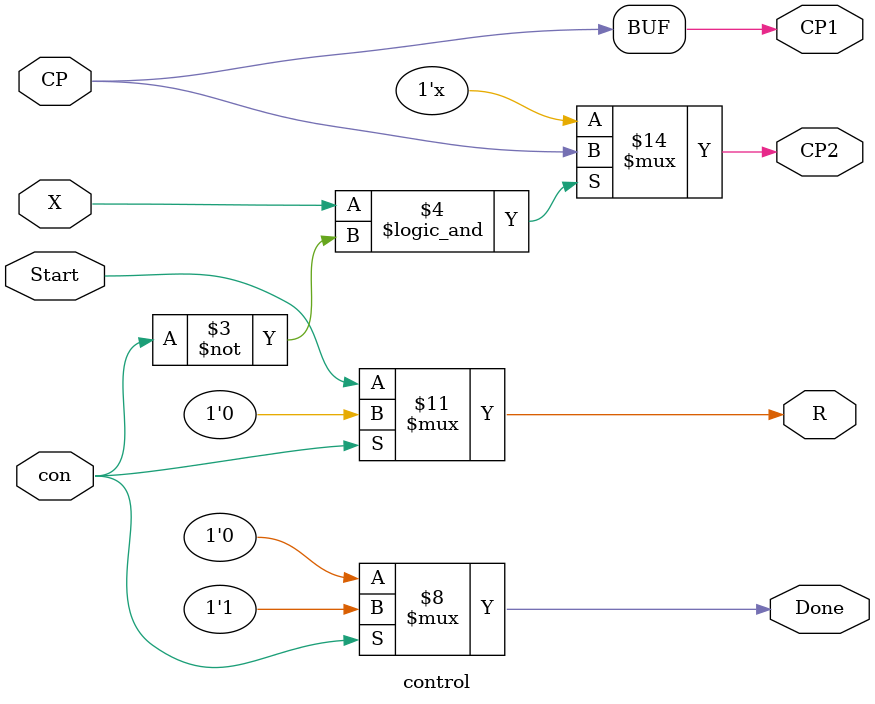
<source format=v>
/******************************************************************************************
Author:  熊康
E-mail:  1390000666@qq.com
Device:  DSE-EP2C5
Tool:    Quartus 9.0
Function:控制器（记录1的个数）
Version: 2022-2-24 v1.0
********************************************************************************************/
module control(Start,X,CP,con,Done,CP1,CP2,R);
input Start,X;
input CP;
input con;
output reg Done=0;
output reg CP1,CP2,R;

always @(*)
begin
	CP1=CP;
	if(X==1 && con==0) CP2 = CP;
	if(!con) begin
		R=Start;
		Done<=0;
	end
	else begin
		Done=1;
		R=0;
	end

end

endmodule
</source>
